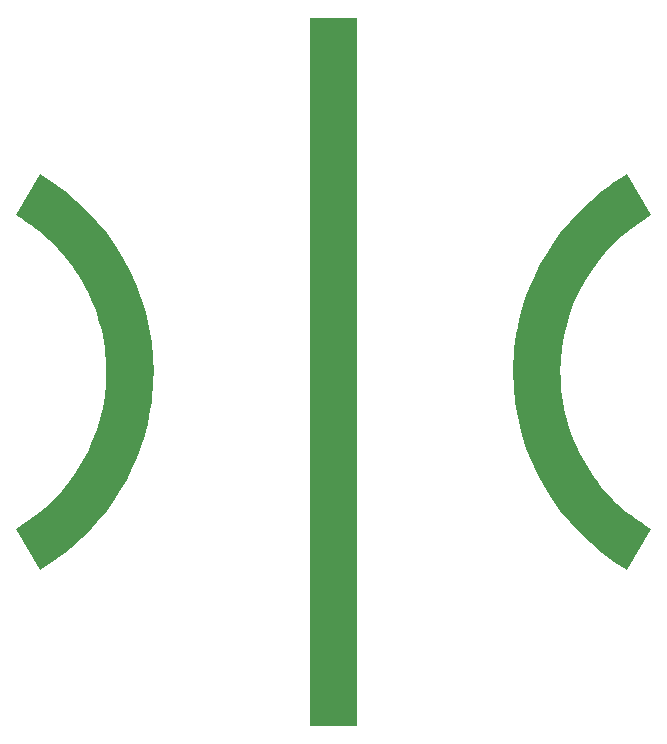
<source format=gbr>
%TF.GenerationSoftware,KiCad,Pcbnew,8.0.8*%
%TF.CreationDate,2025-04-07T13:28:21-04:00*%
%TF.ProjectId,pcb_tile_game_tile_aoa,7063625f-7469-46c6-955f-67616d655f74,1.0*%
%TF.SameCoordinates,Original*%
%TF.FileFunction,Legend,Bot*%
%TF.FilePolarity,Positive*%
%FSLAX46Y46*%
G04 Gerber Fmt 4.6, Leading zero omitted, Abs format (unit mm)*
G04 Created by KiCad (PCBNEW 8.0.8) date 2025-04-07 13:28:21*
%MOMM*%
%LPD*%
G01*
G04 APERTURE LIST*
%ADD10C,0.000000*%
G04 APERTURE END LIST*
D10*
G36*
X141974321Y-50000189D02*
G01*
X141980358Y-50000676D01*
X141986307Y-50001458D01*
X141992160Y-50002527D01*
X141997911Y-50003876D01*
X142003551Y-50005497D01*
X142009074Y-50007384D01*
X142014472Y-50009528D01*
X142019737Y-50011923D01*
X142024863Y-50014561D01*
X142029842Y-50017435D01*
X142034666Y-50020536D01*
X142039328Y-50023859D01*
X142043821Y-50027395D01*
X142048138Y-50031137D01*
X142052270Y-50035079D01*
X142056211Y-50039211D01*
X142059953Y-50043527D01*
X142063490Y-50048020D01*
X142066812Y-50052683D01*
X142069914Y-50057507D01*
X142072787Y-50062486D01*
X142075425Y-50067611D01*
X142077820Y-50072877D01*
X142079965Y-50078274D01*
X142081851Y-50083797D01*
X142083473Y-50089438D01*
X142084822Y-50095188D01*
X142085891Y-50101042D01*
X142086672Y-50106990D01*
X142087159Y-50113027D01*
X142087344Y-50119145D01*
X142087344Y-109880856D01*
X142087159Y-109886974D01*
X142086672Y-109893011D01*
X142085891Y-109898959D01*
X142084822Y-109904813D01*
X142083473Y-109910563D01*
X142081851Y-109916204D01*
X142079965Y-109921726D01*
X142077820Y-109927124D01*
X142075425Y-109932390D01*
X142072787Y-109937515D01*
X142069914Y-109942494D01*
X142066812Y-109947318D01*
X142063490Y-109951981D01*
X142059953Y-109956474D01*
X142056211Y-109960790D01*
X142052270Y-109964922D01*
X142048138Y-109968863D01*
X142043821Y-109972606D01*
X142039328Y-109976142D01*
X142034666Y-109979465D01*
X142029842Y-109982566D01*
X142024863Y-109985440D01*
X142019737Y-109988078D01*
X142014472Y-109990473D01*
X142009074Y-109992617D01*
X142003551Y-109994504D01*
X141997911Y-109996125D01*
X141992160Y-109997474D01*
X141986307Y-109998543D01*
X141980358Y-109999325D01*
X141974321Y-109999812D01*
X141968204Y-109999997D01*
X138206485Y-109999997D01*
X138200367Y-109999812D01*
X138194330Y-109999325D01*
X138188382Y-109998543D01*
X138182528Y-109997474D01*
X138176778Y-109996125D01*
X138171137Y-109994504D01*
X138165614Y-109992617D01*
X138160217Y-109990473D01*
X138154951Y-109988078D01*
X138149825Y-109985440D01*
X138144847Y-109982566D01*
X138140023Y-109979465D01*
X138135360Y-109976142D01*
X138130867Y-109972606D01*
X138126551Y-109968863D01*
X138122419Y-109964922D01*
X138118477Y-109960790D01*
X138114735Y-109956474D01*
X138111199Y-109951981D01*
X138107876Y-109947318D01*
X138104775Y-109942494D01*
X138101901Y-109937515D01*
X138099263Y-109932390D01*
X138096868Y-109927124D01*
X138094724Y-109921726D01*
X138092837Y-109916204D01*
X138091216Y-109910563D01*
X138089867Y-109904813D01*
X138088798Y-109898959D01*
X138088016Y-109893011D01*
X138087529Y-109886974D01*
X138087344Y-109880856D01*
X138087344Y-109759762D01*
X138087344Y-50240231D01*
X138327579Y-50240231D01*
X138327579Y-109759762D01*
X141849063Y-109759762D01*
X141849063Y-50240231D01*
X138327579Y-50240231D01*
X138087344Y-50240231D01*
X138087344Y-50119145D01*
X138087529Y-50113027D01*
X138088016Y-50106990D01*
X138088798Y-50101041D01*
X138089867Y-50095188D01*
X138091216Y-50089437D01*
X138092837Y-50083797D01*
X138094724Y-50078274D01*
X138096868Y-50072876D01*
X138099263Y-50067610D01*
X138101901Y-50062484D01*
X138104775Y-50057505D01*
X138107876Y-50052681D01*
X138111199Y-50048018D01*
X138114735Y-50043525D01*
X138118477Y-50039208D01*
X138122419Y-50035076D01*
X138126551Y-50031134D01*
X138130867Y-50027392D01*
X138135360Y-50023856D01*
X138140023Y-50020533D01*
X138144847Y-50017431D01*
X138149825Y-50014558D01*
X138154951Y-50011920D01*
X138160217Y-50009525D01*
X138165614Y-50007381D01*
X138171137Y-50005495D01*
X138176778Y-50003873D01*
X138182528Y-50002525D01*
X138188382Y-50001456D01*
X138194330Y-50000675D01*
X138200367Y-50000189D01*
X138206485Y-50000004D01*
X141968204Y-50000004D01*
X141974321Y-50000189D01*
G37*
G36*
X116270280Y-63948173D02*
G01*
X117307625Y-64693989D01*
X118287186Y-65501486D01*
X119206924Y-66367123D01*
X120064798Y-67287356D01*
X120858772Y-68258643D01*
X121586805Y-69277439D01*
X122246860Y-70340204D01*
X122836896Y-71443393D01*
X123354876Y-72583463D01*
X123798761Y-73756872D01*
X124166511Y-74960077D01*
X124456088Y-76189535D01*
X124665453Y-77441703D01*
X124792567Y-78713038D01*
X124835391Y-79999997D01*
X124824643Y-80645210D01*
X124792567Y-81286959D01*
X124739418Y-81924803D01*
X124665453Y-82558297D01*
X124570924Y-83187000D01*
X124456088Y-83810467D01*
X124321198Y-84428257D01*
X124166511Y-85039927D01*
X123992280Y-85645033D01*
X123798761Y-86243133D01*
X123586208Y-86833784D01*
X123354876Y-87416543D01*
X123105021Y-87990967D01*
X122836896Y-88556613D01*
X122550758Y-89113039D01*
X122246860Y-89659802D01*
X121925457Y-90196458D01*
X121586805Y-90722566D01*
X121231159Y-91237681D01*
X120858772Y-91741362D01*
X120469900Y-92233165D01*
X120064798Y-92712647D01*
X119643721Y-93179367D01*
X119206924Y-93632880D01*
X118754660Y-94072744D01*
X118287186Y-94498516D01*
X117804756Y-94909753D01*
X117307625Y-95306013D01*
X116796048Y-95686852D01*
X116270280Y-96051828D01*
X115730575Y-96400498D01*
X115177188Y-96732419D01*
X113177188Y-93267575D01*
X114044782Y-92727491D01*
X114867953Y-92135929D01*
X115645107Y-91495659D01*
X116374650Y-90809451D01*
X117054989Y-90080075D01*
X117684529Y-89310301D01*
X118261677Y-88502898D01*
X118784839Y-87660635D01*
X119252421Y-86786284D01*
X119662830Y-85882614D01*
X120014472Y-84952394D01*
X120305753Y-83998395D01*
X120535079Y-83023385D01*
X120700857Y-82030136D01*
X120801492Y-81021417D01*
X120835391Y-79999997D01*
X120826883Y-79487874D01*
X120801492Y-78978581D01*
X120759417Y-78472462D01*
X120700857Y-77969865D01*
X120626011Y-77471135D01*
X120535079Y-76976618D01*
X120428260Y-76486662D01*
X120305753Y-76001612D01*
X120167757Y-75521814D01*
X120014472Y-75047614D01*
X119846097Y-74579359D01*
X119662830Y-74117396D01*
X119464872Y-73662069D01*
X119252421Y-73213726D01*
X119025677Y-72772713D01*
X118784839Y-72339376D01*
X118530106Y-71914061D01*
X118261677Y-71497114D01*
X117979751Y-71088882D01*
X117684529Y-70689711D01*
X117376208Y-70299946D01*
X117054989Y-69919935D01*
X116721070Y-69550024D01*
X116374650Y-69190558D01*
X116015930Y-68841884D01*
X115645107Y-68504349D01*
X115262382Y-68178298D01*
X114867953Y-67864077D01*
X114462020Y-67562033D01*
X114044782Y-67272513D01*
X113616438Y-66995862D01*
X113177188Y-66732426D01*
X115177188Y-63267582D01*
X116270280Y-63948173D01*
G37*
G36*
X166942813Y-66732426D02*
G01*
X166075197Y-67272510D01*
X165251964Y-67864072D01*
X164474714Y-68504342D01*
X163745046Y-69190549D01*
X163064559Y-69919925D01*
X162434854Y-70689700D01*
X161857530Y-71497103D01*
X161334186Y-72339364D01*
X160866421Y-73213715D01*
X160455836Y-74117385D01*
X160104029Y-75047604D01*
X159812600Y-76001603D01*
X159583149Y-76976611D01*
X159417275Y-77969860D01*
X159316578Y-78978578D01*
X159282657Y-79999997D01*
X159291170Y-80512120D01*
X159316578Y-81021414D01*
X159358680Y-81527533D01*
X159417275Y-82030131D01*
X159492165Y-82528862D01*
X159583149Y-83023378D01*
X159690028Y-83513335D01*
X159812600Y-83998386D01*
X159950667Y-84478185D01*
X160104029Y-84952384D01*
X160272485Y-85420639D01*
X160455836Y-85882603D01*
X160653881Y-86337930D01*
X160866421Y-86786273D01*
X161093256Y-87227286D01*
X161334186Y-87660624D01*
X161589010Y-88085939D01*
X161857530Y-88502886D01*
X162139545Y-88911119D01*
X162434854Y-89310290D01*
X162743259Y-89700054D01*
X163064559Y-90080065D01*
X163398555Y-90449977D01*
X163745046Y-90809443D01*
X164103832Y-91158117D01*
X164474714Y-91495652D01*
X164857491Y-91821703D01*
X165251964Y-92135924D01*
X165657933Y-92437967D01*
X166075197Y-92727488D01*
X166503557Y-93004139D01*
X166942813Y-93267575D01*
X164942813Y-96732419D01*
X163849699Y-96051828D01*
X162812292Y-95306012D01*
X161832634Y-94498514D01*
X160912772Y-93632878D01*
X160054750Y-92712644D01*
X159260611Y-91741358D01*
X158532401Y-90722561D01*
X157872165Y-89659796D01*
X157281946Y-88556607D01*
X156763790Y-87416536D01*
X156319740Y-86243126D01*
X155951842Y-85039921D01*
X155662141Y-83810462D01*
X155452679Y-82558293D01*
X155325503Y-81286957D01*
X155282657Y-79999997D01*
X155293411Y-79354784D01*
X155325503Y-78713035D01*
X155378678Y-78075192D01*
X155452679Y-77441698D01*
X155547252Y-76812996D01*
X155662141Y-76189529D01*
X155797089Y-75571740D01*
X155951842Y-74960071D01*
X156126145Y-74354965D01*
X156319740Y-73756865D01*
X156532374Y-73166215D01*
X156763790Y-72583456D01*
X157013732Y-72009032D01*
X157281946Y-71443386D01*
X157568175Y-70886960D01*
X157872165Y-70340198D01*
X158193659Y-69803542D01*
X158532401Y-69277435D01*
X158888137Y-68762319D01*
X159260611Y-68258639D01*
X159649567Y-67766836D01*
X160054750Y-67287353D01*
X160475903Y-66820634D01*
X160912772Y-66367121D01*
X161365101Y-65927257D01*
X161832634Y-65501485D01*
X162315117Y-65090248D01*
X162812292Y-64693988D01*
X163323905Y-64313149D01*
X163849699Y-63948173D01*
X164389421Y-63599503D01*
X164942813Y-63267582D01*
X166942813Y-66732426D01*
G37*
G36*
X141967822Y-109880276D02*
G01*
X138207294Y-109880276D01*
X138207294Y-50119748D01*
X141967822Y-50119748D01*
X141967822Y-109880276D01*
G37*
M02*

</source>
